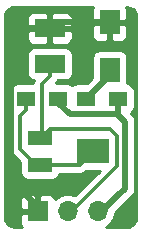
<source format=gbr>
G04 #@! TF.GenerationSoftware,KiCad,Pcbnew,(5.0.1)-4*
G04 #@! TF.CreationDate,2021-03-19T14:51:31+02:00*
G04 #@! TF.ProjectId,Jekabs_ilja_Sumo_Test_Sensor_board,4A656B6162735F696C6A615F53756D6F,rev?*
G04 #@! TF.SameCoordinates,Original*
G04 #@! TF.FileFunction,Copper,L1,Top,Signal*
G04 #@! TF.FilePolarity,Positive*
%FSLAX46Y46*%
G04 Gerber Fmt 4.6, Leading zero omitted, Abs format (unit mm)*
G04 Created by KiCad (PCBNEW (5.0.1)-4) date 2021.03.19. 14:51:31*
%MOMM*%
%LPD*%
G01*
G04 APERTURE LIST*
G04 #@! TA.AperFunction,SMDPad,CuDef*
%ADD10R,1.500000X1.300000*%
G04 #@! TD*
G04 #@! TA.AperFunction,ComponentPad*
%ADD11R,1.700000X1.700000*%
G04 #@! TD*
G04 #@! TA.AperFunction,ComponentPad*
%ADD12O,1.700000X1.700000*%
G04 #@! TD*
G04 #@! TA.AperFunction,SMDPad,CuDef*
%ADD13R,2.600000X1.500000*%
G04 #@! TD*
G04 #@! TA.AperFunction,SMDPad,CuDef*
%ADD14R,1.700000X2.000000*%
G04 #@! TD*
G04 #@! TA.AperFunction,SMDPad,CuDef*
%ADD15R,2.000000X1.300000*%
G04 #@! TD*
G04 #@! TA.AperFunction,SMDPad,CuDef*
%ADD16R,2.750000X2.000000*%
G04 #@! TD*
G04 #@! TA.AperFunction,Conductor*
%ADD17C,0.500000*%
G04 #@! TD*
G04 #@! TA.AperFunction,Conductor*
%ADD18C,0.300000*%
G04 #@! TD*
G04 #@! TA.AperFunction,Conductor*
%ADD19C,0.254000*%
G04 #@! TD*
G04 APERTURE END LIST*
D10*
G04 #@! TO.P,R3,2*
G04 #@! TO.N,Net-(D2-Pad2)*
X129080000Y-80950000D03*
G04 #@! TO.P,R3,1*
G04 #@! TO.N,+5V*
X131780000Y-80950000D03*
G04 #@! TD*
D11*
G04 #@! TO.P,J5,1*
G04 #@! TO.N,GND*
X124960000Y-90500000D03*
D12*
G04 #@! TO.P,J5,2*
G04 #@! TO.N,IR_A1*
X127500000Y-90500000D03*
G04 #@! TO.P,J5,3*
G04 #@! TO.N,+5V*
X130040000Y-90500000D03*
G04 #@! TD*
D10*
G04 #@! TO.P,R4,1*
G04 #@! TO.N,+5V*
X126700000Y-80950000D03*
G04 #@! TO.P,R4,2*
G04 #@! TO.N,Net-(R4-Pad2)*
X124000000Y-80950000D03*
G04 #@! TD*
D13*
G04 #@! TO.P,Q2,1*
G04 #@! TO.N,GND*
X125985000Y-75005000D03*
G04 #@! TO.P,Q2,2*
G04 #@! TO.N,IR_A1*
X125985000Y-78005000D03*
G04 #@! TD*
D14*
G04 #@! TO.P,D2,1*
G04 #@! TO.N,GND*
X131065000Y-74505000D03*
G04 #@! TO.P,D2,2*
G04 #@! TO.N,Net-(D2-Pad2)*
X131065000Y-78505000D03*
G04 #@! TD*
D15*
G04 #@! TO.P,RV2,1*
G04 #@! TO.N,Net-(R4-Pad2)*
X125155000Y-86545000D03*
D16*
G04 #@! TO.P,RV2,2*
X129655000Y-85395000D03*
D15*
G04 #@! TO.P,RV2,3*
G04 #@! TO.N,IR_A1*
X125155000Y-84245000D03*
G04 #@! TD*
D17*
G04 #@! TO.N,GND*
X126485000Y-74505000D02*
X125985000Y-75005000D01*
X131065000Y-74505000D02*
X126485000Y-74505000D01*
X124185000Y-75005000D02*
X122685000Y-76505000D01*
X122685000Y-76505000D02*
X122685000Y-87810000D01*
X122810000Y-87935000D02*
X125350000Y-90475000D01*
X122685000Y-87810000D02*
X122810000Y-87935000D01*
X125985000Y-75005000D02*
X124185000Y-75005000D01*
G04 #@! TO.N,Net-(D2-Pad2)*
X131065000Y-78965000D02*
X129080000Y-80950000D01*
X131065000Y-78505000D02*
X131065000Y-78965000D01*
D18*
G04 #@! TO.N,IR_A1*
X125985000Y-79055000D02*
X125350000Y-79690000D01*
X125985000Y-78005000D02*
X125985000Y-79055000D01*
X125350000Y-79690000D02*
X125350000Y-84050000D01*
X125350000Y-84050000D02*
X125155000Y-84245000D01*
X125155000Y-84245000D02*
X125230000Y-84245000D01*
X131065000Y-83490000D02*
X131700000Y-84125000D01*
X131700000Y-84125000D02*
X131700000Y-86665000D01*
X131700000Y-86665000D02*
X127890000Y-90475000D01*
X125230000Y-84245000D02*
X125985000Y-83490000D01*
X125985000Y-83490000D02*
X131065000Y-83490000D01*
D17*
G04 #@! TO.N,+5V*
X132335000Y-82925000D02*
X132335000Y-88570000D01*
X131700000Y-82180000D02*
X131700000Y-82290000D01*
X131700000Y-82290000D02*
X132335000Y-82925000D01*
X131780000Y-82100000D02*
X131700000Y-82180000D01*
X131780000Y-89125000D02*
X130430000Y-90475000D01*
X131505000Y-82290000D02*
X131700000Y-82290000D01*
X131780000Y-80950000D02*
X131780000Y-81030000D01*
X127695000Y-82290000D02*
X131505000Y-82290000D01*
X131780000Y-80950000D02*
X131780000Y-82100000D01*
X131780000Y-89125000D02*
X132335000Y-88570000D01*
X126700000Y-80950000D02*
X126700000Y-81295000D01*
X126700000Y-81295000D02*
X127695000Y-82290000D01*
X131780000Y-80950000D02*
X131780000Y-81030000D01*
D18*
G04 #@! TO.N,Net-(R4-Pad2)*
X124000000Y-81900000D02*
X123445000Y-82455000D01*
X128505000Y-86545000D02*
X129655000Y-85395000D01*
X123445000Y-82455000D02*
X123445000Y-85185000D01*
X125155000Y-86545000D02*
X128505000Y-86545000D01*
X124000000Y-80950000D02*
X124000000Y-81900000D01*
X124805000Y-86545000D02*
X125155000Y-86545000D01*
X123445000Y-85185000D02*
X124805000Y-86545000D01*
G04 #@! TD*
D19*
G04 #@! TO.N,GND*
G36*
X129580000Y-73378691D02*
X129580000Y-74219250D01*
X129738750Y-74378000D01*
X130938000Y-74378000D01*
X130938000Y-74358000D01*
X131192000Y-74358000D01*
X131192000Y-74378000D01*
X132391250Y-74378000D01*
X132550000Y-74219250D01*
X132550000Y-73378691D01*
X132471725Y-73189717D01*
X132760940Y-73237856D01*
X132993743Y-73363470D01*
X133173306Y-73557721D01*
X133285839Y-73812264D01*
X133315001Y-74043107D01*
X133315000Y-90943382D01*
X133262144Y-91260940D01*
X133136530Y-91493744D01*
X132942280Y-91673306D01*
X132687736Y-91785839D01*
X132456901Y-91815000D01*
X130744892Y-91815000D01*
X131110625Y-91570625D01*
X131438839Y-91079418D01*
X131528644Y-90627934D01*
X132467424Y-89689155D01*
X132467426Y-89689152D01*
X132899153Y-89257425D01*
X132973049Y-89208049D01*
X133168652Y-88915310D01*
X133220000Y-88657165D01*
X133220000Y-88657161D01*
X133237337Y-88570000D01*
X133220000Y-88482839D01*
X133220000Y-83012161D01*
X133237337Y-82925000D01*
X133220000Y-82837839D01*
X133220000Y-82837835D01*
X133168652Y-82579690D01*
X133092655Y-82465953D01*
X133022424Y-82360845D01*
X133022423Y-82360844D01*
X132973049Y-82286951D01*
X132899156Y-82237577D01*
X132826903Y-82165324D01*
X132987809Y-82057809D01*
X133128157Y-81847765D01*
X133177440Y-81600000D01*
X133177440Y-80300000D01*
X133128157Y-80052235D01*
X132987809Y-79842191D01*
X132777765Y-79701843D01*
X132532971Y-79653151D01*
X132562440Y-79505000D01*
X132562440Y-77505000D01*
X132513157Y-77257235D01*
X132372809Y-77047191D01*
X132162765Y-76906843D01*
X131915000Y-76857560D01*
X130215000Y-76857560D01*
X129967235Y-76906843D01*
X129757191Y-77047191D01*
X129616843Y-77257235D01*
X129567560Y-77505000D01*
X129567560Y-79210861D01*
X129125862Y-79652560D01*
X128330000Y-79652560D01*
X128082235Y-79701843D01*
X127890000Y-79830291D01*
X127697765Y-79701843D01*
X127450000Y-79652560D01*
X126503650Y-79652560D01*
X126550953Y-79620953D01*
X126696960Y-79402440D01*
X127285000Y-79402440D01*
X127532765Y-79353157D01*
X127742809Y-79212809D01*
X127883157Y-79002765D01*
X127932440Y-78755000D01*
X127932440Y-77255000D01*
X127883157Y-77007235D01*
X127742809Y-76797191D01*
X127532765Y-76656843D01*
X127285000Y-76607560D01*
X124685000Y-76607560D01*
X124437235Y-76656843D01*
X124227191Y-76797191D01*
X124086843Y-77007235D01*
X124037560Y-77255000D01*
X124037560Y-78755000D01*
X124086843Y-79002765D01*
X124227191Y-79212809D01*
X124437235Y-79353157D01*
X124609796Y-79387481D01*
X124565000Y-79612685D01*
X124565000Y-79612688D01*
X124557069Y-79652560D01*
X123250000Y-79652560D01*
X123002235Y-79701843D01*
X122792191Y-79842191D01*
X122651843Y-80052235D01*
X122602560Y-80300000D01*
X122602560Y-81600000D01*
X122651843Y-81847765D01*
X122779237Y-82038422D01*
X122705546Y-82148709D01*
X122660000Y-82377685D01*
X122660000Y-82377688D01*
X122644622Y-82455000D01*
X122660000Y-82532312D01*
X122660001Y-85107683D01*
X122644622Y-85185000D01*
X122705546Y-85491291D01*
X122835251Y-85685408D01*
X122835254Y-85685411D01*
X122879048Y-85750953D01*
X122944590Y-85794747D01*
X123507560Y-86357717D01*
X123507560Y-87195000D01*
X123556843Y-87442765D01*
X123697191Y-87652809D01*
X123907235Y-87793157D01*
X124155000Y-87842440D01*
X126155000Y-87842440D01*
X126402765Y-87793157D01*
X126612809Y-87652809D01*
X126753157Y-87442765D01*
X126775587Y-87330000D01*
X128427688Y-87330000D01*
X128505000Y-87345378D01*
X128582312Y-87330000D01*
X128582316Y-87330000D01*
X128811292Y-87284454D01*
X129070953Y-87110953D01*
X129114749Y-87045408D01*
X129117717Y-87042440D01*
X130212403Y-87042440D01*
X128123936Y-89130907D01*
X128079418Y-89101161D01*
X127646256Y-89015000D01*
X127353744Y-89015000D01*
X126920582Y-89101161D01*
X126429375Y-89429375D01*
X126414904Y-89451033D01*
X126348327Y-89290302D01*
X126169699Y-89111673D01*
X125936310Y-89015000D01*
X125245750Y-89015000D01*
X125087000Y-89173750D01*
X125087000Y-90373000D01*
X125107000Y-90373000D01*
X125107000Y-90627000D01*
X125087000Y-90627000D01*
X125087000Y-90647000D01*
X124833000Y-90647000D01*
X124833000Y-90627000D01*
X123633750Y-90627000D01*
X123475000Y-90785750D01*
X123475000Y-91476309D01*
X123571673Y-91709698D01*
X123676974Y-91815000D01*
X123056618Y-91815000D01*
X122739060Y-91762144D01*
X122506256Y-91636530D01*
X122326694Y-91442280D01*
X122214161Y-91187736D01*
X122185000Y-90956901D01*
X122185000Y-89523691D01*
X123475000Y-89523691D01*
X123475000Y-90214250D01*
X123633750Y-90373000D01*
X124833000Y-90373000D01*
X124833000Y-89173750D01*
X124674250Y-89015000D01*
X123983690Y-89015000D01*
X123750301Y-89111673D01*
X123571673Y-89290302D01*
X123475000Y-89523691D01*
X122185000Y-89523691D01*
X122185000Y-75290750D01*
X124050000Y-75290750D01*
X124050000Y-75881309D01*
X124146673Y-76114698D01*
X124325301Y-76293327D01*
X124558690Y-76390000D01*
X125699250Y-76390000D01*
X125858000Y-76231250D01*
X125858000Y-75132000D01*
X126112000Y-75132000D01*
X126112000Y-76231250D01*
X126270750Y-76390000D01*
X127411310Y-76390000D01*
X127644699Y-76293327D01*
X127823327Y-76114698D01*
X127920000Y-75881309D01*
X127920000Y-75290750D01*
X127761250Y-75132000D01*
X126112000Y-75132000D01*
X125858000Y-75132000D01*
X124208750Y-75132000D01*
X124050000Y-75290750D01*
X122185000Y-75290750D01*
X122185000Y-74128691D01*
X124050000Y-74128691D01*
X124050000Y-74719250D01*
X124208750Y-74878000D01*
X125858000Y-74878000D01*
X125858000Y-73778750D01*
X126112000Y-73778750D01*
X126112000Y-74878000D01*
X127761250Y-74878000D01*
X127848500Y-74790750D01*
X129580000Y-74790750D01*
X129580000Y-75631309D01*
X129676673Y-75864698D01*
X129855301Y-76043327D01*
X130088690Y-76140000D01*
X130779250Y-76140000D01*
X130938000Y-75981250D01*
X130938000Y-74632000D01*
X131192000Y-74632000D01*
X131192000Y-75981250D01*
X131350750Y-76140000D01*
X132041310Y-76140000D01*
X132274699Y-76043327D01*
X132453327Y-75864698D01*
X132550000Y-75631309D01*
X132550000Y-74790750D01*
X132391250Y-74632000D01*
X131192000Y-74632000D01*
X130938000Y-74632000D01*
X129738750Y-74632000D01*
X129580000Y-74790750D01*
X127848500Y-74790750D01*
X127920000Y-74719250D01*
X127920000Y-74128691D01*
X127823327Y-73895302D01*
X127644699Y-73716673D01*
X127411310Y-73620000D01*
X126270750Y-73620000D01*
X126112000Y-73778750D01*
X125858000Y-73778750D01*
X125699250Y-73620000D01*
X124558690Y-73620000D01*
X124325301Y-73716673D01*
X124146673Y-73895302D01*
X124050000Y-74128691D01*
X122185000Y-74128691D01*
X122185000Y-74056618D01*
X122237856Y-73739060D01*
X122363470Y-73506257D01*
X122557721Y-73326694D01*
X122812264Y-73214161D01*
X123043099Y-73185000D01*
X129660230Y-73185000D01*
X129580000Y-73378691D01*
X129580000Y-73378691D01*
G37*
X129580000Y-73378691D02*
X129580000Y-74219250D01*
X129738750Y-74378000D01*
X130938000Y-74378000D01*
X130938000Y-74358000D01*
X131192000Y-74358000D01*
X131192000Y-74378000D01*
X132391250Y-74378000D01*
X132550000Y-74219250D01*
X132550000Y-73378691D01*
X132471725Y-73189717D01*
X132760940Y-73237856D01*
X132993743Y-73363470D01*
X133173306Y-73557721D01*
X133285839Y-73812264D01*
X133315001Y-74043107D01*
X133315000Y-90943382D01*
X133262144Y-91260940D01*
X133136530Y-91493744D01*
X132942280Y-91673306D01*
X132687736Y-91785839D01*
X132456901Y-91815000D01*
X130744892Y-91815000D01*
X131110625Y-91570625D01*
X131438839Y-91079418D01*
X131528644Y-90627934D01*
X132467424Y-89689155D01*
X132467426Y-89689152D01*
X132899153Y-89257425D01*
X132973049Y-89208049D01*
X133168652Y-88915310D01*
X133220000Y-88657165D01*
X133220000Y-88657161D01*
X133237337Y-88570000D01*
X133220000Y-88482839D01*
X133220000Y-83012161D01*
X133237337Y-82925000D01*
X133220000Y-82837839D01*
X133220000Y-82837835D01*
X133168652Y-82579690D01*
X133092655Y-82465953D01*
X133022424Y-82360845D01*
X133022423Y-82360844D01*
X132973049Y-82286951D01*
X132899156Y-82237577D01*
X132826903Y-82165324D01*
X132987809Y-82057809D01*
X133128157Y-81847765D01*
X133177440Y-81600000D01*
X133177440Y-80300000D01*
X133128157Y-80052235D01*
X132987809Y-79842191D01*
X132777765Y-79701843D01*
X132532971Y-79653151D01*
X132562440Y-79505000D01*
X132562440Y-77505000D01*
X132513157Y-77257235D01*
X132372809Y-77047191D01*
X132162765Y-76906843D01*
X131915000Y-76857560D01*
X130215000Y-76857560D01*
X129967235Y-76906843D01*
X129757191Y-77047191D01*
X129616843Y-77257235D01*
X129567560Y-77505000D01*
X129567560Y-79210861D01*
X129125862Y-79652560D01*
X128330000Y-79652560D01*
X128082235Y-79701843D01*
X127890000Y-79830291D01*
X127697765Y-79701843D01*
X127450000Y-79652560D01*
X126503650Y-79652560D01*
X126550953Y-79620953D01*
X126696960Y-79402440D01*
X127285000Y-79402440D01*
X127532765Y-79353157D01*
X127742809Y-79212809D01*
X127883157Y-79002765D01*
X127932440Y-78755000D01*
X127932440Y-77255000D01*
X127883157Y-77007235D01*
X127742809Y-76797191D01*
X127532765Y-76656843D01*
X127285000Y-76607560D01*
X124685000Y-76607560D01*
X124437235Y-76656843D01*
X124227191Y-76797191D01*
X124086843Y-77007235D01*
X124037560Y-77255000D01*
X124037560Y-78755000D01*
X124086843Y-79002765D01*
X124227191Y-79212809D01*
X124437235Y-79353157D01*
X124609796Y-79387481D01*
X124565000Y-79612685D01*
X124565000Y-79612688D01*
X124557069Y-79652560D01*
X123250000Y-79652560D01*
X123002235Y-79701843D01*
X122792191Y-79842191D01*
X122651843Y-80052235D01*
X122602560Y-80300000D01*
X122602560Y-81600000D01*
X122651843Y-81847765D01*
X122779237Y-82038422D01*
X122705546Y-82148709D01*
X122660000Y-82377685D01*
X122660000Y-82377688D01*
X122644622Y-82455000D01*
X122660000Y-82532312D01*
X122660001Y-85107683D01*
X122644622Y-85185000D01*
X122705546Y-85491291D01*
X122835251Y-85685408D01*
X122835254Y-85685411D01*
X122879048Y-85750953D01*
X122944590Y-85794747D01*
X123507560Y-86357717D01*
X123507560Y-87195000D01*
X123556843Y-87442765D01*
X123697191Y-87652809D01*
X123907235Y-87793157D01*
X124155000Y-87842440D01*
X126155000Y-87842440D01*
X126402765Y-87793157D01*
X126612809Y-87652809D01*
X126753157Y-87442765D01*
X126775587Y-87330000D01*
X128427688Y-87330000D01*
X128505000Y-87345378D01*
X128582312Y-87330000D01*
X128582316Y-87330000D01*
X128811292Y-87284454D01*
X129070953Y-87110953D01*
X129114749Y-87045408D01*
X129117717Y-87042440D01*
X130212403Y-87042440D01*
X128123936Y-89130907D01*
X128079418Y-89101161D01*
X127646256Y-89015000D01*
X127353744Y-89015000D01*
X126920582Y-89101161D01*
X126429375Y-89429375D01*
X126414904Y-89451033D01*
X126348327Y-89290302D01*
X126169699Y-89111673D01*
X125936310Y-89015000D01*
X125245750Y-89015000D01*
X125087000Y-89173750D01*
X125087000Y-90373000D01*
X125107000Y-90373000D01*
X125107000Y-90627000D01*
X125087000Y-90627000D01*
X125087000Y-90647000D01*
X124833000Y-90647000D01*
X124833000Y-90627000D01*
X123633750Y-90627000D01*
X123475000Y-90785750D01*
X123475000Y-91476309D01*
X123571673Y-91709698D01*
X123676974Y-91815000D01*
X123056618Y-91815000D01*
X122739060Y-91762144D01*
X122506256Y-91636530D01*
X122326694Y-91442280D01*
X122214161Y-91187736D01*
X122185000Y-90956901D01*
X122185000Y-89523691D01*
X123475000Y-89523691D01*
X123475000Y-90214250D01*
X123633750Y-90373000D01*
X124833000Y-90373000D01*
X124833000Y-89173750D01*
X124674250Y-89015000D01*
X123983690Y-89015000D01*
X123750301Y-89111673D01*
X123571673Y-89290302D01*
X123475000Y-89523691D01*
X122185000Y-89523691D01*
X122185000Y-75290750D01*
X124050000Y-75290750D01*
X124050000Y-75881309D01*
X124146673Y-76114698D01*
X124325301Y-76293327D01*
X124558690Y-76390000D01*
X125699250Y-76390000D01*
X125858000Y-76231250D01*
X125858000Y-75132000D01*
X126112000Y-75132000D01*
X126112000Y-76231250D01*
X126270750Y-76390000D01*
X127411310Y-76390000D01*
X127644699Y-76293327D01*
X127823327Y-76114698D01*
X127920000Y-75881309D01*
X127920000Y-75290750D01*
X127761250Y-75132000D01*
X126112000Y-75132000D01*
X125858000Y-75132000D01*
X124208750Y-75132000D01*
X124050000Y-75290750D01*
X122185000Y-75290750D01*
X122185000Y-74128691D01*
X124050000Y-74128691D01*
X124050000Y-74719250D01*
X124208750Y-74878000D01*
X125858000Y-74878000D01*
X125858000Y-73778750D01*
X126112000Y-73778750D01*
X126112000Y-74878000D01*
X127761250Y-74878000D01*
X127848500Y-74790750D01*
X129580000Y-74790750D01*
X129580000Y-75631309D01*
X129676673Y-75864698D01*
X129855301Y-76043327D01*
X130088690Y-76140000D01*
X130779250Y-76140000D01*
X130938000Y-75981250D01*
X130938000Y-74632000D01*
X131192000Y-74632000D01*
X131192000Y-75981250D01*
X131350750Y-76140000D01*
X132041310Y-76140000D01*
X132274699Y-76043327D01*
X132453327Y-75864698D01*
X132550000Y-75631309D01*
X132550000Y-74790750D01*
X132391250Y-74632000D01*
X131192000Y-74632000D01*
X130938000Y-74632000D01*
X129738750Y-74632000D01*
X129580000Y-74790750D01*
X127848500Y-74790750D01*
X127920000Y-74719250D01*
X127920000Y-74128691D01*
X127823327Y-73895302D01*
X127644699Y-73716673D01*
X127411310Y-73620000D01*
X126270750Y-73620000D01*
X126112000Y-73778750D01*
X125858000Y-73778750D01*
X125699250Y-73620000D01*
X124558690Y-73620000D01*
X124325301Y-73716673D01*
X124146673Y-73895302D01*
X124050000Y-74128691D01*
X122185000Y-74128691D01*
X122185000Y-74056618D01*
X122237856Y-73739060D01*
X122363470Y-73506257D01*
X122557721Y-73326694D01*
X122812264Y-73214161D01*
X123043099Y-73185000D01*
X129660230Y-73185000D01*
X129580000Y-73378691D01*
G04 #@! TD*
M02*

</source>
